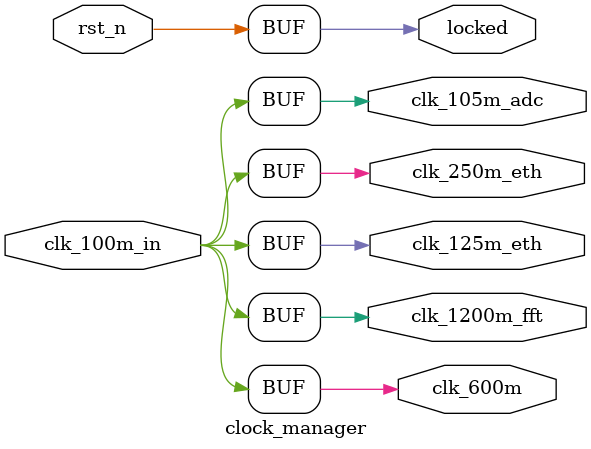
<source format=v>
/* Generated by Yosys 0.56+30 (git sha1 407d42511, g++ 11.4.0-1ubuntu1~22.04.2 -fPIC -O3) */

module clock_manager(clk_100m_in, rst_n, clk_600m, clk_1200m_fft, clk_125m_eth, clk_250m_eth, clk_105m_adc, locked);
  input clk_100m_in;
  wire clk_100m_in;
  input rst_n;
  wire rst_n;
  output clk_600m;
  wire clk_600m;
  output clk_1200m_fft;
  wire clk_1200m_fft;
  output clk_125m_eth;
  wire clk_125m_eth;
  output clk_250m_eth;
  wire clk_250m_eth;
  output clk_105m_adc;
  wire clk_105m_adc;
  output locked;
  wire locked;
  assign clk_105m_adc = clk_100m_in;
  assign clk_1200m_fft = clk_100m_in;
  assign clk_125m_eth = clk_100m_in;
  assign clk_250m_eth = clk_100m_in;
  assign clk_600m = clk_100m_in;
  assign locked = rst_n;
endmodule

</source>
